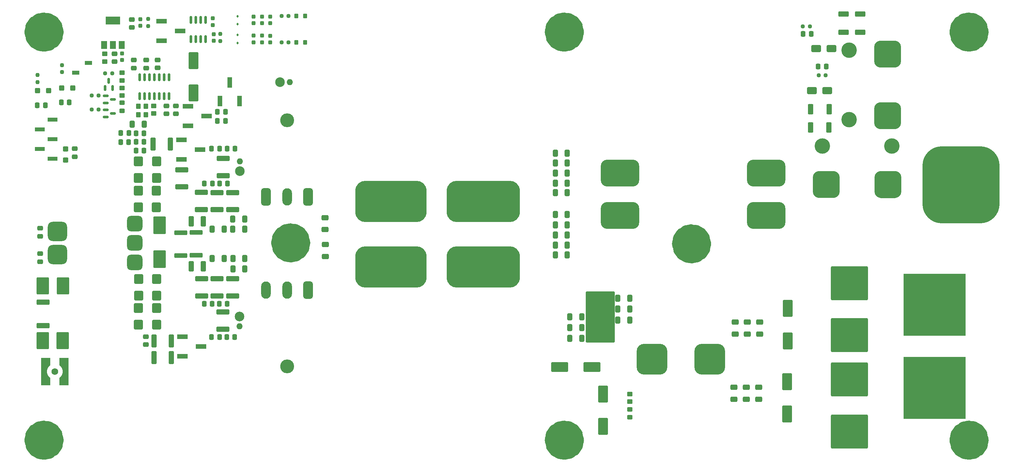
<source format=gbr>
%TF.GenerationSoftware,KiCad,Pcbnew,7.0.10*%
%TF.CreationDate,2024-05-11T12:39:29+02:00*%
%TF.ProjectId,Forte_PA_Deck,466f7274-655f-4504-915f-4465636b2e6b,1.0*%
%TF.SameCoordinates,Original*%
%TF.FileFunction,Soldermask,Top*%
%TF.FilePolarity,Negative*%
%FSLAX46Y46*%
G04 Gerber Fmt 4.6, Leading zero omitted, Abs format (unit mm)*
G04 Created by KiCad (PCBNEW 7.0.10) date 2024-05-11 12:39:29*
%MOMM*%
%LPD*%
G01*
G04 APERTURE LIST*
G04 Aperture macros list*
%AMRoundRect*
0 Rectangle with rounded corners*
0 $1 Rounding radius*
0 $2 $3 $4 $5 $6 $7 $8 $9 X,Y pos of 4 corners*
0 Add a 4 corners polygon primitive as box body*
4,1,4,$2,$3,$4,$5,$6,$7,$8,$9,$2,$3,0*
0 Add four circle primitives for the rounded corners*
1,1,$1+$1,$2,$3*
1,1,$1+$1,$4,$5*
1,1,$1+$1,$6,$7*
1,1,$1+$1,$8,$9*
0 Add four rect primitives between the rounded corners*
20,1,$1+$1,$2,$3,$4,$5,0*
20,1,$1+$1,$4,$5,$6,$7,0*
20,1,$1+$1,$6,$7,$8,$9,0*
20,1,$1+$1,$8,$9,$2,$3,0*%
%AMFreePoly0*
4,1,25,-1.500000,1.420000,-1.360000,1.280000,-1.205000,1.155000,-1.035000,1.045000,-0.860000,0.950000,-0.675000,0.875000,-0.480000,0.820000,-0.280000,0.780000,-0.085000,0.765000,0.085000,0.765000,0.280000,0.780000,0.480000,0.820000,0.675000,0.875000,0.860000,0.950000,1.035000,1.045000,1.205000,1.155000,1.360000,1.280000,1.500000,1.420000,1.645000,1.595000,3.555000,1.595000,
3.555000,-0.755000,-3.555000,-0.755000,-3.555000,1.595000,-1.645000,1.595000,-1.500000,1.420000,-1.500000,1.420000,$1*%
G04 Aperture macros list end*
%ADD10C,5.100000*%
%ADD11C,0.500000*%
%ADD12C,5.075000*%
%ADD13C,0.120000*%
%ADD14RoundRect,0.250000X0.900000X-1.000000X0.900000X1.000000X-0.900000X1.000000X-0.900000X-1.000000X0*%
%ADD15RoundRect,0.250000X-0.337500X-0.475000X0.337500X-0.475000X0.337500X0.475000X-0.337500X0.475000X0*%
%ADD16RoundRect,0.112500X-0.112500X0.187500X-0.112500X-0.187500X0.112500X-0.187500X0.112500X0.187500X0*%
%ADD17RoundRect,0.250000X0.337500X0.475000X-0.337500X0.475000X-0.337500X-0.475000X0.337500X-0.475000X0*%
%ADD18RoundRect,0.250000X-0.650000X0.412500X-0.650000X-0.412500X0.650000X-0.412500X0.650000X0.412500X0*%
%ADD19C,4.000000*%
%ADD20R,2.510000X1.000000*%
%ADD21R,2.790000X1.190000*%
%ADD22RoundRect,0.237500X-0.237500X0.300000X-0.237500X-0.300000X0.237500X-0.300000X0.237500X0.300000X0*%
%ADD23RoundRect,1.750000X-1.750000X-1.750000X1.750000X-1.750000X1.750000X1.750000X-1.750000X1.750000X0*%
%ADD24RoundRect,0.250000X-0.450000X0.350000X-0.450000X-0.350000X0.450000X-0.350000X0.450000X0.350000X0*%
%ADD25RoundRect,0.249999X0.450001X1.075001X-0.450001X1.075001X-0.450001X-1.075001X0.450001X-1.075001X0*%
%ADD26RoundRect,0.249999X1.425001X-0.450001X1.425001X0.450001X-1.425001X0.450001X-1.425001X-0.450001X0*%
%ADD27RoundRect,0.250000X1.950000X1.000000X-1.950000X1.000000X-1.950000X-1.000000X1.950000X-1.000000X0*%
%ADD28RoundRect,0.237500X-0.250000X-0.237500X0.250000X-0.237500X0.250000X0.237500X-0.250000X0.237500X0*%
%ADD29RoundRect,0.250000X-1.000000X1.950000X-1.000000X-1.950000X1.000000X-1.950000X1.000000X1.950000X0*%
%ADD30RoundRect,0.250000X-0.475000X0.337500X-0.475000X-0.337500X0.475000X-0.337500X0.475000X0.337500X0*%
%ADD31RoundRect,0.250000X0.400000X0.450000X-0.400000X0.450000X-0.400000X-0.450000X0.400000X-0.450000X0*%
%ADD32RoundRect,0.250000X-0.412500X-0.650000X0.412500X-0.650000X0.412500X0.650000X-0.412500X0.650000X0*%
%ADD33RoundRect,0.250000X-1.450000X0.400000X-1.450000X-0.400000X1.450000X-0.400000X1.450000X0.400000X0*%
%ADD34RoundRect,0.150000X0.150000X-0.825000X0.150000X0.825000X-0.150000X0.825000X-0.150000X-0.825000X0*%
%ADD35R,1.190000X2.790000*%
%ADD36RoundRect,0.237500X0.237500X-0.250000X0.237500X0.250000X-0.237500X0.250000X-0.237500X-0.250000X0*%
%ADD37RoundRect,0.250000X-1.000000X-0.650000X1.000000X-0.650000X1.000000X0.650000X-1.000000X0.650000X0*%
%ADD38C,2.500000*%
%ADD39O,1.600000X1.600000*%
%ADD40RoundRect,0.250000X-1.350000X-1.975000X1.350000X-1.975000X1.350000X1.975000X-1.350000X1.975000X0*%
%ADD41RoundRect,0.250000X1.450000X-0.400000X1.450000X0.400000X-1.450000X0.400000X-1.450000X-0.400000X0*%
%ADD42R,1.500000X2.000000*%
%ADD43R,3.800000X2.000000*%
%ADD44RoundRect,0.250000X1.400000X2.000000X-1.400000X2.000000X-1.400000X-2.000000X1.400000X-2.000000X0*%
%ADD45O,3.600000X3.600000*%
%ADD46RoundRect,0.625000X0.625000X1.625000X-0.625000X1.625000X-0.625000X-1.625000X0.625000X-1.625000X0*%
%ADD47O,2.500000X4.500000*%
%ADD48RoundRect,0.250000X-0.400000X-1.450000X0.400000X-1.450000X0.400000X1.450000X-0.400000X1.450000X0*%
%ADD49RoundRect,0.237500X0.237500X-0.300000X0.237500X0.300000X-0.237500X0.300000X-0.237500X-0.300000X0*%
%ADD50RoundRect,0.250000X0.650000X-0.412500X0.650000X0.412500X-0.650000X0.412500X-0.650000X-0.412500X0*%
%ADD51RoundRect,2.687500X-6.562500X2.687500X-6.562500X-2.687500X6.562500X-2.687500X6.562500X2.687500X0*%
%ADD52RoundRect,2.687500X-6.812500X2.687500X-6.812500X-2.687500X6.812500X-2.687500X6.812500X2.687500X0*%
%ADD53RoundRect,2.687500X6.562500X-2.687500X6.562500X2.687500X-6.562500X2.687500X-6.562500X-2.687500X0*%
%ADD54RoundRect,2.687500X6.812500X-2.687500X6.812500X2.687500X-6.812500X2.687500X-6.812500X-2.687500X0*%
%ADD55RoundRect,0.250000X0.412500X0.650000X-0.412500X0.650000X-0.412500X-0.650000X0.412500X-0.650000X0*%
%ADD56RoundRect,1.250000X-1.250000X-1.250000X1.250000X-1.250000X1.250000X1.250000X-1.250000X1.250000X0*%
%ADD57RoundRect,1.000000X-1.000000X-1.000000X1.000000X-1.000000X1.000000X1.000000X-1.000000X1.000000X0*%
%ADD58RoundRect,0.250000X-0.900000X1.000000X-0.900000X-1.000000X0.900000X-1.000000X0.900000X1.000000X0*%
%ADD59C,1.730000*%
%ADD60FreePoly0,270.000000*%
%ADD61FreePoly0,90.000000*%
%ADD62RoundRect,0.237500X0.250000X0.237500X-0.250000X0.237500X-0.250000X-0.237500X0.250000X-0.237500X0*%
%ADD63RoundRect,0.250000X1.000000X0.650000X-1.000000X0.650000X-1.000000X-0.650000X1.000000X-0.650000X0*%
%ADD64RoundRect,0.249999X-1.075001X0.450001X-1.075001X-0.450001X1.075001X-0.450001X1.075001X0.450001X0*%
%ADD65RoundRect,0.249999X4.550001X-4.150001X4.550001X4.150001X-4.550001X4.150001X-4.550001X-4.150001X0*%
%ADD66RoundRect,0.250000X0.475000X-0.337500X0.475000X0.337500X-0.475000X0.337500X-0.475000X-0.337500X0*%
%ADD67RoundRect,1.750000X-1.750000X1.750000X-1.750000X-1.750000X1.750000X-1.750000X1.750000X1.750000X0*%
%ADD68RoundRect,0.250000X0.275000X0.350000X-0.275000X0.350000X-0.275000X-0.350000X0.275000X-0.350000X0*%
%ADD69RoundRect,0.150000X0.150000X-0.587500X0.150000X0.587500X-0.150000X0.587500X-0.150000X-0.587500X0*%
%ADD70RoundRect,0.250000X-0.350000X-0.450000X0.350000X-0.450000X0.350000X0.450000X-0.350000X0.450000X0*%
%ADD71RoundRect,0.250000X-0.412500X-1.100000X0.412500X-1.100000X0.412500X1.100000X-0.412500X1.100000X0*%
%ADD72RoundRect,0.250000X1.000000X-1.950000X1.000000X1.950000X-1.000000X1.950000X-1.000000X-1.950000X0*%
%ADD73RoundRect,0.250000X0.400000X1.450000X-0.400000X1.450000X-0.400000X-1.450000X0.400000X-1.450000X0*%
%ADD74RoundRect,2.000000X2.000000X2.000000X-2.000000X2.000000X-2.000000X-2.000000X2.000000X-2.000000X0*%
%ADD75RoundRect,0.237500X-0.237500X0.250000X-0.237500X-0.250000X0.237500X-0.250000X0.237500X0.250000X0*%
%ADD76R,1.900000X1.000000*%
%ADD77RoundRect,0.250000X0.450000X-0.400000X0.450000X0.400000X-0.450000X0.400000X-0.450000X-0.400000X0*%
%ADD78RoundRect,0.250000X-1.425000X0.362500X-1.425000X-0.362500X1.425000X-0.362500X1.425000X0.362500X0*%
%ADD79RoundRect,0.625000X-0.625000X-1.625000X0.625000X-1.625000X0.625000X1.625000X-0.625000X1.625000X0*%
%ADD80RoundRect,0.150000X-0.587500X-0.150000X0.587500X-0.150000X0.587500X0.150000X-0.587500X0.150000X0*%
%ADD81RoundRect,0.250000X0.450000X-0.350000X0.450000X0.350000X-0.450000X0.350000X-0.450000X-0.350000X0*%
%ADD82RoundRect,1.500000X-1.500000X-2.000000X1.500000X-2.000000X1.500000X2.000000X-1.500000X2.000000X0*%
%ADD83RoundRect,5.000000X-5.000000X-5.000000X5.000000X-5.000000X5.000000X5.000000X-5.000000X5.000000X0*%
%ADD84RoundRect,0.112500X0.112500X-0.187500X0.112500X0.187500X-0.112500X0.187500X-0.112500X-0.187500X0*%
%ADD85RoundRect,0.250000X0.450000X-0.325000X0.450000X0.325000X-0.450000X0.325000X-0.450000X-0.325000X0*%
%ADD86RoundRect,0.249999X-4.550001X4.150001X-4.550001X-4.150001X4.550001X-4.150001X4.550001X4.150001X0*%
%ADD87RoundRect,1.750000X-3.250000X1.750000X-3.250000X-1.750000X3.250000X-1.750000X3.250000X1.750000X0*%
G04 APERTURE END LIST*
D10*
X33550000Y-147000000D02*
G75*
G03*
X28450000Y-147000000I-2550000J0D01*
G01*
X28450000Y-147000000D02*
G75*
G03*
X33550000Y-147000000I2550000J0D01*
G01*
X168550000Y-147000000D02*
G75*
G03*
X163450000Y-147000000I-2550000J0D01*
G01*
X163450000Y-147000000D02*
G75*
G03*
X168550000Y-147000000I2550000J0D01*
G01*
X273550000Y-41000000D02*
G75*
G03*
X268450000Y-41000000I-2550000J0D01*
G01*
X268450000Y-41000000D02*
G75*
G03*
X273550000Y-41000000I2550000J0D01*
G01*
X273550000Y-147000000D02*
G75*
G03*
X268450000Y-147000000I-2550000J0D01*
G01*
X268450000Y-147000000D02*
G75*
G03*
X273550000Y-147000000I2550000J0D01*
G01*
X33550000Y-41000000D02*
G75*
G03*
X28450000Y-41000000I-2550000J0D01*
G01*
X28450000Y-41000000D02*
G75*
G03*
X33550000Y-41000000I2550000J0D01*
G01*
X168550000Y-41000000D02*
G75*
G03*
X163450000Y-41000000I-2550000J0D01*
G01*
X163450000Y-41000000D02*
G75*
G03*
X168550000Y-41000000I2550000J0D01*
G01*
D11*
X171800000Y-108625000D02*
X178800000Y-108625000D01*
X178800000Y-121375000D01*
X171800000Y-121375000D01*
X171800000Y-108625000D01*
G36*
X171800000Y-108625000D02*
G01*
X178800000Y-108625000D01*
X178800000Y-121375000D01*
X171800000Y-121375000D01*
X171800000Y-108625000D01*
G37*
D12*
X97537500Y-95750000D02*
G75*
G03*
X92462500Y-95750000I-2537500J0D01*
G01*
X92462500Y-95750000D02*
G75*
G03*
X97537500Y-95750000I2537500J0D01*
G01*
X201537500Y-96000000D02*
G75*
G03*
X196462500Y-96000000I-2537500J0D01*
G01*
X196462500Y-96000000D02*
G75*
G03*
X201537500Y-96000000I2537500J0D01*
G01*
D13*
%TO.C,J3*%
X254000000Y-103800000D02*
X270000000Y-103800000D01*
X270000000Y-103800000D02*
X270000000Y-119800000D01*
X270000000Y-119800000D02*
X254000000Y-119800000D01*
X254000000Y-119800000D02*
X254000000Y-103800000D01*
G36*
X254000000Y-103800000D02*
G01*
X270000000Y-103800000D01*
X270000000Y-119800000D01*
X254000000Y-119800000D01*
X254000000Y-103800000D01*
G37*
%TO.C,J4*%
X254000000Y-125400000D02*
X270000000Y-125400000D01*
X270000000Y-125400000D02*
X270000000Y-141400000D01*
X270000000Y-141400000D02*
X254000000Y-141400000D01*
X254000000Y-141400000D02*
X254000000Y-125400000D01*
G36*
X254000000Y-125400000D02*
G01*
X270000000Y-125400000D01*
X270000000Y-141400000D01*
X254000000Y-141400000D01*
X254000000Y-125400000D01*
G37*
%TD*%
D14*
%TO.C,D7*%
X60150000Y-86500000D03*
X60150000Y-82200000D03*
%TD*%
D15*
%TO.C,R41*%
X78462500Y-71250000D03*
X80537500Y-71250000D03*
%TD*%
D16*
%TO.C,D201*%
X81229200Y-36872200D03*
X81229200Y-38972200D03*
%TD*%
D17*
%TO.C,C40*%
X230018500Y-41452800D03*
X227943500Y-41452800D03*
%TD*%
D18*
%TO.C,R4*%
X216450000Y-133287500D03*
X216450000Y-136412500D03*
%TD*%
D19*
%TO.C,J3*%
X256790000Y-106400000D03*
X256790000Y-117200000D03*
X262000000Y-106400000D03*
X262000000Y-117200000D03*
X267210000Y-106400000D03*
X267210000Y-117200000D03*
%TD*%
D20*
%TO.C,J5*%
X33200000Y-73870000D03*
X29890000Y-71330000D03*
X33200000Y-68790000D03*
X29890000Y-66250000D03*
X33200000Y-63710000D03*
%TD*%
D21*
%TO.C,RV7*%
X66870000Y-120160000D03*
X71700000Y-122700000D03*
X66870000Y-125240000D03*
%TD*%
D22*
%TO.C,C49*%
X75000000Y-41537500D03*
X75000000Y-43262500D03*
%TD*%
%TO.C,C203*%
X89662000Y-36959200D03*
X89662000Y-38684200D03*
%TD*%
D23*
%TO.C,L7*%
X249850000Y-62750000D03*
X249850000Y-46750000D03*
D19*
X239850000Y-45750000D03*
X239850000Y-63750000D03*
%TD*%
D24*
%TO.C,R36*%
X59475000Y-60150000D03*
X59475000Y-62150000D03*
%TD*%
D17*
%TO.C,C63*%
X52987500Y-67250000D03*
X50912500Y-67250000D03*
%TD*%
D25*
%TO.C,R20*%
X234650000Y-65750000D03*
X229850000Y-65750000D03*
%TD*%
D26*
%TO.C,R2*%
X30750000Y-117250000D03*
X30750000Y-111150000D03*
%TD*%
D27*
%TO.C,C19*%
X173150000Y-128000000D03*
X164750000Y-128000000D03*
%TD*%
D28*
%TO.C,R201*%
X92612200Y-36856500D03*
X94437200Y-36856500D03*
%TD*%
D29*
%TO.C,C51*%
X69800000Y-48400000D03*
X69800000Y-56800000D03*
%TD*%
D30*
%TO.C,C39*%
X49250000Y-46612500D03*
X49250000Y-48687500D03*
%TD*%
D31*
%TO.C,D12*%
X32200000Y-56250000D03*
X29300000Y-56250000D03*
%TD*%
D32*
%TO.C,C24*%
X163635000Y-77620000D03*
X166760000Y-77620000D03*
%TD*%
D33*
%TO.C,R43*%
X77450000Y-73825000D03*
X77450000Y-78275000D03*
%TD*%
D34*
%TO.C,U5*%
X55800000Y-57650000D03*
X57070000Y-57650000D03*
X58340000Y-57650000D03*
X59610000Y-57650000D03*
X60880000Y-57650000D03*
X62150000Y-57650000D03*
X63420000Y-57650000D03*
X63420000Y-52700000D03*
X62150000Y-52700000D03*
X60880000Y-52700000D03*
X59610000Y-52700000D03*
X58340000Y-52700000D03*
X57070000Y-52700000D03*
X55800000Y-52700000D03*
%TD*%
D15*
%TO.C,C59*%
X75962500Y-61750000D03*
X78037500Y-61750000D03*
%TD*%
D33*
%TO.C,R45*%
X75900000Y-82675000D03*
X75900000Y-87125000D03*
%TD*%
D32*
%TO.C,C33*%
X179882500Y-110100000D03*
X183007500Y-110100000D03*
%TD*%
D17*
%TO.C,C62*%
X52950000Y-69575000D03*
X50875000Y-69575000D03*
%TD*%
D31*
%TO.C,D13*%
X38450000Y-55500000D03*
X35550000Y-55500000D03*
%TD*%
D19*
%TO.C,J4*%
X256790000Y-128000000D03*
X256790000Y-138800000D03*
X262000000Y-128000000D03*
X262000000Y-138800000D03*
X267210000Y-128000000D03*
X267210000Y-138800000D03*
%TD*%
D35*
%TO.C,RV5*%
X76660000Y-58915000D03*
X79200000Y-54085000D03*
X81740000Y-58915000D03*
%TD*%
D36*
%TO.C,R27*%
X76750000Y-43312500D03*
X76750000Y-41487500D03*
%TD*%
D21*
%TO.C,RV6*%
X66650000Y-69020000D03*
X71480000Y-71560000D03*
X66650000Y-74100000D03*
%TD*%
D37*
%TO.C,D14*%
X231325000Y-45300000D03*
X235325000Y-45300000D03*
%TD*%
D38*
%TO.C,TH1*%
X92210000Y-54000000D03*
D39*
X94750000Y-54000000D03*
%TD*%
D40*
%TO.C,R3*%
X30674000Y-106934000D03*
X35874000Y-106934000D03*
%TD*%
D32*
%TO.C,C25*%
X163637500Y-82750000D03*
X166762500Y-82750000D03*
%TD*%
D41*
%TO.C,R49*%
X75900000Y-109525000D03*
X75900000Y-105075000D03*
%TD*%
D42*
%TO.C,U1*%
X46550000Y-44325000D03*
X48850000Y-44325000D03*
D43*
X48850000Y-38025000D03*
D42*
X51150000Y-44325000D03*
%TD*%
D34*
%TO.C,U4*%
X69140000Y-42825000D03*
X70410000Y-42825000D03*
X71680000Y-42825000D03*
X72950000Y-42825000D03*
X72950000Y-37875000D03*
X71680000Y-37875000D03*
X70410000Y-37875000D03*
X69140000Y-37875000D03*
%TD*%
D21*
%TO.C,RV4*%
X68335000Y-60300000D03*
X73165000Y-62840000D03*
X68335000Y-65380000D03*
%TD*%
D32*
%TO.C,R10*%
X79987500Y-99800000D03*
X83112500Y-99800000D03*
%TD*%
D38*
%TO.C,TH3*%
X81750000Y-114900000D03*
D39*
X81750000Y-117440000D03*
%TD*%
D14*
%TO.C,D8*%
X60200000Y-109450000D03*
X60200000Y-105150000D03*
%TD*%
D32*
%TO.C,C26*%
X163637500Y-80250000D03*
X166762500Y-80250000D03*
%TD*%
D44*
%TO.C,D5*%
X61000000Y-100000000D03*
X61000000Y-91200000D03*
%TD*%
D32*
%TO.C,C22*%
X163637500Y-72500000D03*
X166762500Y-72500000D03*
%TD*%
D14*
%TO.C,D1*%
X55500000Y-78900000D03*
X55500000Y-74600000D03*
%TD*%
D45*
%TO.C,Q2*%
X94050000Y-127860000D03*
D46*
X99500000Y-108000000D03*
D47*
X94050000Y-108000000D03*
X88600000Y-108000000D03*
%TD*%
D48*
%TO.C,R37*%
X59290000Y-70060000D03*
X63740000Y-70060000D03*
%TD*%
D32*
%TO.C,C58*%
X53834900Y-64897000D03*
X56959900Y-64897000D03*
%TD*%
D24*
%TO.C,R33*%
X51250000Y-51550000D03*
X51250000Y-53550000D03*
%TD*%
D15*
%TO.C,C70*%
X76512500Y-80375000D03*
X78587500Y-80375000D03*
%TD*%
D32*
%TO.C,R9*%
X79987500Y-102550000D03*
X83112500Y-102550000D03*
%TD*%
D30*
%TO.C,C2*%
X30000000Y-91962500D03*
X30000000Y-94037500D03*
%TD*%
D29*
%TO.C,C18*%
X176000000Y-135000000D03*
X176000000Y-143400000D03*
%TD*%
D49*
%TO.C,C204*%
X85369400Y-43662600D03*
X85369400Y-41937600D03*
%TD*%
D41*
%TO.C,R44*%
X77400000Y-118175000D03*
X77400000Y-113725000D03*
%TD*%
D15*
%TO.C,C67*%
X78400000Y-120200000D03*
X80475000Y-120200000D03*
%TD*%
D50*
%TO.C,C16*%
X210300000Y-119462500D03*
X210300000Y-116337500D03*
%TD*%
D49*
%TO.C,C205*%
X87558400Y-43662600D03*
X87558400Y-41937600D03*
%TD*%
D51*
%TO.C,T1*%
X121000000Y-85000000D03*
D52*
X145000000Y-85000000D03*
D53*
X121000000Y-102000000D03*
D54*
X145000000Y-102000000D03*
%TD*%
D55*
%TO.C,C32*%
X170562500Y-115000000D03*
X167437500Y-115000000D03*
%TD*%
D56*
%TO.C,L1*%
X34500000Y-98787500D03*
D57*
X54500000Y-95787500D03*
D56*
X34500000Y-92787500D03*
D57*
X54500000Y-90787500D03*
X54500000Y-100787500D03*
%TD*%
D58*
%TO.C,D2*%
X55500000Y-82200000D03*
X55500000Y-86500000D03*
%TD*%
D49*
%TO.C,C206*%
X89636600Y-43686900D03*
X89636600Y-41961900D03*
%TD*%
D32*
%TO.C,R7*%
X79937500Y-89550000D03*
X83062500Y-89550000D03*
%TD*%
D41*
%TO.C,R50*%
X79900000Y-109525000D03*
X79900000Y-105075000D03*
%TD*%
D59*
%TO.C,J1*%
X33775000Y-129175000D03*
D60*
X30975000Y-129175000D03*
D61*
X36575000Y-129175000D03*
%TD*%
D22*
%TO.C,C202*%
X87528400Y-36959200D03*
X87528400Y-38684200D03*
%TD*%
D58*
%TO.C,D9*%
X60200000Y-112700000D03*
X60200000Y-117000000D03*
%TD*%
D33*
%TO.C,R47*%
X79950000Y-82700000D03*
X79950000Y-87150000D03*
%TD*%
D32*
%TO.C,C27*%
X163637500Y-98900000D03*
X166762500Y-98900000D03*
%TD*%
D24*
%TO.C,R13*%
X183000000Y-135000000D03*
X183000000Y-137000000D03*
%TD*%
D62*
%TO.C,R19*%
X229715700Y-39547800D03*
X227890700Y-39547800D03*
%TD*%
D55*
%TO.C,C20*%
X170562500Y-120550000D03*
X167437500Y-120550000D03*
%TD*%
D15*
%TO.C,C61*%
X54837500Y-69500000D03*
X56912500Y-69500000D03*
%TD*%
D29*
%TO.C,C6*%
X223750000Y-131800000D03*
X223750000Y-140200000D03*
%TD*%
D63*
%TO.C,D15*%
X234225000Y-56250000D03*
X230225000Y-56250000D03*
%TD*%
D22*
%TO.C,C41*%
X51250000Y-46537500D03*
X51250000Y-48262500D03*
%TD*%
D62*
%TO.C,R22*%
X233812500Y-52200000D03*
X231987500Y-52200000D03*
%TD*%
D18*
%TO.C,C17*%
X209950000Y-133237500D03*
X209950000Y-136362500D03*
%TD*%
D64*
%TO.C,R18*%
X238475000Y-36275000D03*
X238475000Y-41075000D03*
%TD*%
D15*
%TO.C,C37*%
X29237500Y-60000000D03*
X31312500Y-60000000D03*
%TD*%
D32*
%TO.C,C34*%
X179875000Y-112900000D03*
X183000000Y-112900000D03*
%TD*%
D65*
%TO.C,C3*%
X240000000Y-119750000D03*
X240000000Y-106250000D03*
%TD*%
D21*
%TO.C,RV3*%
X61495000Y-38160000D03*
X66325000Y-40700000D03*
X61495000Y-43240000D03*
%TD*%
D40*
%TO.C,R1*%
X30650000Y-121158000D03*
X35850000Y-121158000D03*
%TD*%
D50*
%TO.C,C13*%
X213500000Y-119467500D03*
X213500000Y-116342500D03*
%TD*%
D24*
%TO.C,R32*%
X51250000Y-55500000D03*
X51250000Y-57500000D03*
%TD*%
D66*
%TO.C,C52*%
X54250000Y-50350000D03*
X54250000Y-48275000D03*
%TD*%
D64*
%TO.C,R17*%
X242750000Y-36275000D03*
X242750000Y-41075000D03*
%TD*%
D30*
%TO.C,C56*%
X62750000Y-60162500D03*
X62750000Y-62237500D03*
%TD*%
D17*
%TO.C,R42*%
X76537500Y-120200000D03*
X74462500Y-120200000D03*
%TD*%
D67*
%TO.C,L8*%
X233950000Y-80600000D03*
X249950000Y-80600000D03*
D19*
X250950000Y-70600000D03*
X232950000Y-70600000D03*
%TD*%
D68*
%TO.C,L202*%
X98736800Y-43689100D03*
X96436800Y-43689100D03*
%TD*%
D14*
%TO.C,D4*%
X55500000Y-117000000D03*
X55500000Y-112700000D03*
%TD*%
D69*
%TO.C,Q5*%
X46850000Y-55537500D03*
X48750000Y-55537500D03*
X47800000Y-53662500D03*
%TD*%
D17*
%TO.C,C66*%
X76537500Y-71250000D03*
X74462500Y-71250000D03*
%TD*%
D50*
%TO.C,C15*%
X104000000Y-99312500D03*
X104000000Y-96187500D03*
%TD*%
D70*
%TO.C,R35*%
X55450000Y-62500000D03*
X57450000Y-62500000D03*
%TD*%
D71*
%TO.C,C8*%
X69187500Y-101850000D03*
X72312500Y-101850000D03*
%TD*%
D17*
%TO.C,C42*%
X233937500Y-49950000D03*
X231862500Y-49950000D03*
%TD*%
D62*
%TO.C,R31*%
X48662500Y-51700000D03*
X46837500Y-51700000D03*
%TD*%
D72*
%TO.C,C5*%
X224000000Y-121200000D03*
X224000000Y-112800000D03*
%TD*%
D73*
%TO.C,R40*%
X64010000Y-125550000D03*
X59560000Y-125550000D03*
%TD*%
D30*
%TO.C,C64*%
X57435000Y-120112500D03*
X57435000Y-122187500D03*
%TD*%
D25*
%TO.C,R21*%
X234725000Y-61000000D03*
X229925000Y-61000000D03*
%TD*%
D32*
%TO.C,C31*%
X163637500Y-96350000D03*
X166762500Y-96350000D03*
%TD*%
D71*
%TO.C,C7*%
X69187500Y-90150000D03*
X72312500Y-90150000D03*
%TD*%
D74*
%TO.C,L3*%
X203750000Y-126000000D03*
X188750000Y-126000000D03*
%TD*%
D58*
%TO.C,D3*%
X55550000Y-105150000D03*
X55550000Y-109450000D03*
%TD*%
D75*
%TO.C,R28*%
X58000000Y-37587500D03*
X58000000Y-39412500D03*
%TD*%
D50*
%TO.C,C12*%
X216700000Y-119462500D03*
X216700000Y-116337500D03*
%TD*%
D76*
%TO.C,J2*%
X42500000Y-49000000D03*
X39200000Y-51540000D03*
%TD*%
D66*
%TO.C,C54*%
X60500000Y-50287500D03*
X60500000Y-48212500D03*
%TD*%
D58*
%TO.C,D6*%
X60200000Y-74600000D03*
X60200000Y-78900000D03*
%TD*%
D30*
%TO.C,C55*%
X65250000Y-60162500D03*
X65250000Y-62237500D03*
%TD*%
D32*
%TO.C,C28*%
X163637500Y-88400000D03*
X166762500Y-88400000D03*
%TD*%
D18*
%TO.C,C9*%
X213200000Y-133232500D03*
X213200000Y-136357500D03*
%TD*%
D70*
%TO.C,R34*%
X55450000Y-60250000D03*
X57450000Y-60250000D03*
%TD*%
D77*
%TO.C,D10*%
X36575000Y-74250000D03*
X36575000Y-71350000D03*
%TD*%
D78*
%TO.C,R5*%
X70500000Y-93037500D03*
X70500000Y-98962500D03*
%TD*%
D45*
%TO.C,Q1*%
X94050000Y-63940000D03*
D79*
X88600000Y-83800000D03*
D47*
X94050000Y-83800000D03*
D79*
X99500000Y-83800000D03*
%TD*%
D33*
%TO.C,R46*%
X71850000Y-82650000D03*
X71850000Y-87100000D03*
%TD*%
D32*
%TO.C,C30*%
X163637500Y-93750000D03*
X166762500Y-93750000D03*
%TD*%
D28*
%TO.C,R29*%
X43337500Y-57500000D03*
X45162500Y-57500000D03*
%TD*%
D41*
%TO.C,R48*%
X71900000Y-109525000D03*
X71900000Y-105075000D03*
%TD*%
D38*
%TO.C,TH2*%
X81800000Y-77100000D03*
D39*
X81800000Y-74560000D03*
%TD*%
D66*
%TO.C,C1*%
X30000000Y-100637500D03*
X30000000Y-98562500D03*
%TD*%
D15*
%TO.C,C71*%
X76462500Y-111600000D03*
X78537500Y-111600000D03*
%TD*%
D80*
%TO.C,Q4*%
X47025000Y-61200000D03*
X47025000Y-63100000D03*
X48900000Y-62150000D03*
%TD*%
D81*
%TO.C,R16*%
X46750000Y-48650000D03*
X46750000Y-46650000D03*
%TD*%
D82*
%TO.C,J6*%
X249950000Y-80650000D03*
D83*
X268950000Y-80650000D03*
%TD*%
D15*
%TO.C,C38*%
X35462500Y-59250000D03*
X37537500Y-59250000D03*
%TD*%
D75*
%TO.C,R14*%
X29325000Y-52175000D03*
X29325000Y-54000000D03*
%TD*%
D32*
%TO.C,R8*%
X79950000Y-92200000D03*
X83075000Y-92200000D03*
%TD*%
D55*
%TO.C,C10*%
X77762500Y-92175000D03*
X74637500Y-92175000D03*
%TD*%
D32*
%TO.C,C35*%
X179882500Y-115800000D03*
X183007500Y-115800000D03*
%TD*%
D17*
%TO.C,C68*%
X74687500Y-80375000D03*
X72612500Y-80375000D03*
%TD*%
D28*
%TO.C,R30*%
X43337500Y-61150000D03*
X45162500Y-61150000D03*
%TD*%
D50*
%TO.C,C14*%
X103900000Y-92312500D03*
X103900000Y-89187500D03*
%TD*%
D15*
%TO.C,C60*%
X54850000Y-67275000D03*
X56925000Y-67275000D03*
%TD*%
D32*
%TO.C,C29*%
X163637500Y-91100000D03*
X166762500Y-91100000D03*
%TD*%
D22*
%TO.C,C50*%
X74803000Y-37440700D03*
X74803000Y-39165700D03*
%TD*%
D30*
%TO.C,C43*%
X53750000Y-37712500D03*
X53750000Y-39787500D03*
%TD*%
D68*
%TO.C,L201*%
X98736800Y-36856500D03*
X96436800Y-36856500D03*
%TD*%
D22*
%TO.C,C44*%
X56000000Y-37637500D03*
X56000000Y-39362500D03*
%TD*%
D66*
%TO.C,C53*%
X57500000Y-50350000D03*
X57500000Y-48275000D03*
%TD*%
D32*
%TO.C,C23*%
X163635000Y-75000000D03*
X166760000Y-75000000D03*
%TD*%
D55*
%TO.C,C11*%
X77762500Y-99800000D03*
X74637500Y-99800000D03*
%TD*%
D84*
%TO.C,D202*%
X81229200Y-43823600D03*
X81229200Y-41723600D03*
%TD*%
D80*
%TO.C,Q3*%
X47000000Y-57550000D03*
X47000000Y-59450000D03*
X48875000Y-58500000D03*
%TD*%
D22*
%TO.C,C201*%
X85394800Y-36959200D03*
X85394800Y-38684200D03*
%TD*%
D17*
%TO.C,C65*%
X56937500Y-71750000D03*
X54862500Y-71750000D03*
%TD*%
D30*
%TO.C,C36*%
X38925000Y-71312500D03*
X38925000Y-73387500D03*
%TD*%
D33*
%TO.C,R38*%
X66750000Y-76775000D03*
X66750000Y-81225000D03*
%TD*%
D17*
%TO.C,C69*%
X74637500Y-111600000D03*
X72562500Y-111600000D03*
%TD*%
D75*
%TO.C,R15*%
X35687500Y-49587500D03*
X35687500Y-51412500D03*
%TD*%
D85*
%TO.C,D11*%
X183000000Y-141025000D03*
X183000000Y-138975000D03*
%TD*%
D78*
%TO.C,R6*%
X66500000Y-93137500D03*
X66500000Y-99062500D03*
%TD*%
D55*
%TO.C,C21*%
X170562500Y-117800000D03*
X167437500Y-117800000D03*
%TD*%
D28*
%TO.C,R202*%
X92612200Y-43689100D03*
X94437200Y-43689100D03*
%TD*%
D85*
%TO.C,D16*%
X51250000Y-61425000D03*
X51250000Y-59375000D03*
%TD*%
D86*
%TO.C,C4*%
X240000000Y-131250000D03*
X240000000Y-144750000D03*
%TD*%
D87*
%TO.C,L6*%
X218400000Y-77650000D03*
X180400000Y-77650000D03*
X218400000Y-88650000D03*
X180400000Y-88650000D03*
%TD*%
D48*
%TO.C,R39*%
X59560000Y-121200000D03*
X64010000Y-121200000D03*
%TD*%
D15*
%TO.C,C57*%
X75962500Y-64050000D03*
X78037500Y-64050000D03*
%TD*%
M02*

</source>
